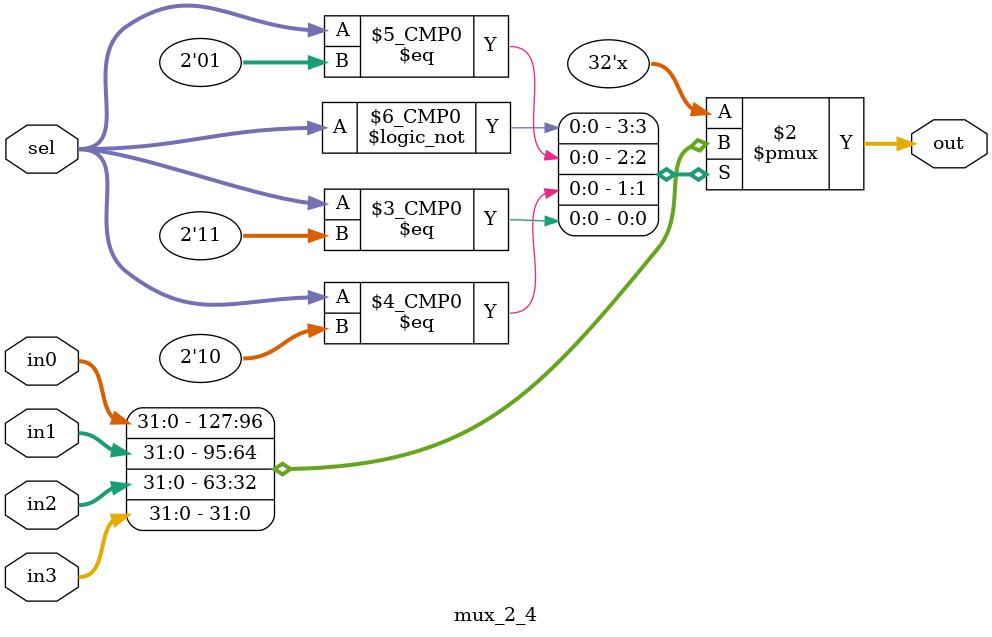
<source format=v>
module mux_2_4 #(
    parameter WIDTH = 32
) (
    input [WIDTH-1:0] in0, in1, in2, in3,
    input[1:0] sel,
    output reg [WIDTH-1:0] out
);

    always @ (*) begin
		case(sel)
			2'b00: out = in0;
			2'b01: out = in1;
			2'b10: out = in2;
			2'b11: out = in3;
		endcase
	end
endmodule
</source>
